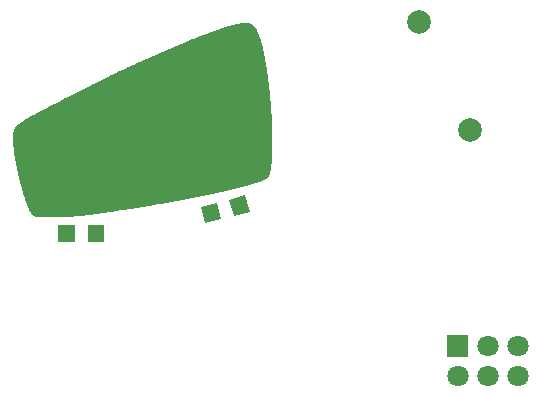
<source format=gbs>
G04 Layer: BottomSolderMaskLayer*
G04 EasyEDA v6.1.51, Thu, 20 Jun 2019 01:18:00 GMT*
G04 13a2db1834074896a0e2ff3160756fa7,fc2bddda97e04f84aaf3dc2e9cb20b51,10*
G04 Gerber Generator version 0.2*
G04 Scale: 100 percent, Rotated: No, Reflected: No *
G04 Dimensions in millimeters *
G04 leading zeros omitted , absolute positions ,3 integer and 3 decimal *
%FSLAX33Y33*%
%MOMM*%
G90*
G71D02*

%ADD18C,2.003196*%
%ADD19C,1.803197*%

%LPD*%

%LPD*%
G36*
G01X22351Y37655D02*
G01X22296Y37656D01*
G01X22240Y37655D01*
G01X22182Y37652D01*
G01X22121Y37647D01*
G01X22058Y37641D01*
G01X21994Y37632D01*
G01X21926Y37623D01*
G01X21857Y37611D01*
G01X21785Y37598D01*
G01X21711Y37584D01*
G01X21634Y37567D01*
G01X21554Y37550D01*
G01X21472Y37531D01*
G01X21387Y37510D01*
G01X21299Y37488D01*
G01X21209Y37465D01*
G01X21177Y37456D01*
G01X21144Y37447D01*
G01X21112Y37439D01*
G01X21079Y37429D01*
G01X21045Y37420D01*
G01X21011Y37410D01*
G01X20941Y37390D01*
G01X20905Y37380D01*
G01X20869Y37369D01*
G01X20758Y37336D01*
G01X20720Y37324D01*
G01X20642Y37300D01*
G01X20603Y37287D01*
G01X20563Y37275D01*
G01X20523Y37262D01*
G01X20482Y37249D01*
G01X20441Y37235D01*
G01X20399Y37222D01*
G01X20315Y37194D01*
G01X20272Y37179D01*
G01X20228Y37165D01*
G01X20140Y37135D01*
G01X20095Y37120D01*
G01X20050Y37104D01*
G01X20005Y37089D01*
G01X19959Y37073D01*
G01X19912Y37056D01*
G01X19865Y37040D01*
G01X19818Y37023D01*
G01X19722Y36989D01*
G01X19673Y36972D01*
G01X19625Y36954D01*
G01X19425Y36882D01*
G01X19374Y36863D01*
G01X19218Y36806D01*
G01X19166Y36786D01*
G01X19113Y36766D01*
G01X19005Y36726D01*
G01X18951Y36705D01*
G01X18897Y36685D01*
G01X18787Y36643D01*
G01X18731Y36622D01*
G01X18675Y36600D01*
G01X18618Y36578D01*
G01X18562Y36556D01*
G01X18505Y36534D01*
G01X18447Y36512D01*
G01X18389Y36489D01*
G01X18331Y36467D01*
G01X18272Y36444D01*
G01X18213Y36420D01*
G01X18154Y36397D01*
G01X18094Y36374D01*
G01X17974Y36326D01*
G01X17913Y36302D01*
G01X17852Y36277D01*
G01X17791Y36253D01*
G01X17605Y36178D01*
G01X17542Y36152D01*
G01X17479Y36127D01*
G01X17415Y36101D01*
G01X17352Y36075D01*
G01X17288Y36049D01*
G01X17223Y36023D01*
G01X17159Y35996D01*
G01X17094Y35970D01*
G01X17028Y35943D01*
G01X16963Y35916D01*
G01X16897Y35888D01*
G01X16830Y35861D01*
G01X16764Y35833D01*
G01X16630Y35777D01*
G01X16494Y35721D01*
G01X16426Y35692D01*
G01X16358Y35664D01*
G01X16220Y35606D01*
G01X16151Y35576D01*
G01X16082Y35547D01*
G01X16012Y35517D01*
G01X15942Y35488D01*
G01X15871Y35458D01*
G01X15801Y35428D01*
G01X15730Y35397D01*
G01X15659Y35367D01*
G01X15299Y35212D01*
G01X15226Y35181D01*
G01X15153Y35149D01*
G01X15079Y35117D01*
G01X15006Y35085D01*
G01X14858Y35021D01*
G01X14784Y34988D01*
G01X14709Y34956D01*
G01X14484Y34857D01*
G01X14408Y34824D01*
G01X14333Y34790D01*
G01X14257Y34757D01*
G01X14180Y34723D01*
G01X14104Y34689D01*
G01X13873Y34587D01*
G01X13796Y34552D01*
G01X13718Y34518D01*
G01X13641Y34483D01*
G01X13485Y34413D01*
G01X13406Y34378D01*
G01X13328Y34343D01*
G01X13249Y34307D01*
G01X13209Y34289D01*
G01X13168Y34270D01*
G01X13126Y34251D01*
G01X13083Y34232D01*
G01X13040Y34212D01*
G01X12996Y34192D01*
G01X12951Y34171D01*
G01X12905Y34150D01*
G01X12811Y34106D01*
G01X12763Y34084D01*
G01X12714Y34061D01*
G01X12664Y34038D01*
G01X12614Y34014D01*
G01X12563Y33991D01*
G01X12511Y33966D01*
G01X12459Y33942D01*
G01X12406Y33917D01*
G01X12298Y33865D01*
G01X12188Y33813D01*
G01X12131Y33786D01*
G01X12075Y33759D01*
G01X12017Y33732D01*
G01X11901Y33676D01*
G01X11842Y33648D01*
G01X11662Y33561D01*
G01X11601Y33532D01*
G01X11415Y33442D01*
G01X11352Y33411D01*
G01X11288Y33381D01*
G01X11160Y33319D01*
G01X11096Y33287D01*
G01X11031Y33255D01*
G01X10965Y33224D01*
G01X10899Y33191D01*
G01X10767Y33127D01*
G01X10633Y33061D01*
G01X10565Y33028D01*
G01X10498Y32995D01*
G01X10429Y32962D01*
G01X10293Y32894D01*
G01X10155Y32826D01*
G01X10085Y32792D01*
G01X10016Y32758D01*
G01X9946Y32724D01*
G01X9806Y32654D01*
G01X9736Y32620D01*
G01X9666Y32585D01*
G01X9524Y32515D01*
G01X9454Y32480D01*
G01X9383Y32444D01*
G01X9241Y32374D01*
G01X9169Y32338D01*
G01X9098Y32303D01*
G01X9027Y32267D01*
G01X8956Y32232D01*
G01X8884Y32196D01*
G01X8813Y32161D01*
G01X8742Y32125D01*
G01X8670Y32089D01*
G01X8599Y32054D01*
G01X8528Y32018D01*
G01X8456Y31982D01*
G01X8385Y31946D01*
G01X8314Y31911D01*
G01X8172Y31839D01*
G01X8101Y31804D01*
G01X8031Y31768D01*
G01X7960Y31733D01*
G01X7890Y31697D01*
G01X7819Y31662D01*
G01X7749Y31626D01*
G01X7609Y31556D01*
G01X7540Y31521D01*
G01X7470Y31485D01*
G01X7332Y31415D01*
G01X7264Y31381D01*
G01X7195Y31346D01*
G01X7127Y31311D01*
G01X7059Y31277D01*
G01X6992Y31242D01*
G01X6791Y31140D01*
G01X6725Y31106D01*
G01X6659Y31073D01*
G01X6593Y31039D01*
G01X6463Y30973D01*
G01X6271Y30874D01*
G01X6208Y30842D01*
G01X6146Y30809D01*
G01X6083Y30777D01*
G01X6022Y30746D01*
G01X5961Y30714D01*
G01X5900Y30683D01*
G01X5840Y30651D01*
G01X5780Y30621D01*
G01X5721Y30590D01*
G01X5662Y30560D01*
G01X5604Y30529D01*
G01X5546Y30499D01*
G01X5489Y30470D01*
G01X5433Y30440D01*
G01X5377Y30411D01*
G01X5322Y30383D01*
G01X5268Y30354D01*
G01X5214Y30326D01*
G01X5108Y30270D01*
G01X5056Y30243D01*
G01X4954Y30189D01*
G01X4904Y30163D01*
G01X4855Y30137D01*
G01X4807Y30111D01*
G01X4759Y30086D01*
G01X4713Y30061D01*
G01X4666Y30037D01*
G01X4621Y30012D01*
G01X4577Y29989D01*
G01X4533Y29965D01*
G01X4490Y29942D01*
G01X4448Y29919D01*
G01X4366Y29875D01*
G01X4288Y29833D01*
G01X4250Y29812D01*
G01X4178Y29772D01*
G01X4108Y29734D01*
G01X4075Y29716D01*
G01X4043Y29698D01*
G01X4012Y29680D01*
G01X3952Y29646D01*
G01X3924Y29630D01*
G01X3897Y29615D01*
G01X3845Y29585D01*
G01X3821Y29571D01*
G01X3798Y29557D01*
G01X3776Y29544D01*
G01X3755Y29532D01*
G01X3717Y29508D01*
G01X3651Y29467D01*
G01X3587Y29427D01*
G01X3526Y29388D01*
G01X3467Y29350D01*
G01X3410Y29313D01*
G01X3356Y29276D01*
G01X3304Y29241D01*
G01X3254Y29205D01*
G01X3206Y29171D01*
G01X3160Y29136D01*
G01X3116Y29102D01*
G01X3075Y29068D01*
G01X3035Y29035D01*
G01X2997Y29001D01*
G01X2962Y28967D01*
G01X2928Y28933D01*
G01X2896Y28899D01*
G01X2866Y28864D01*
G01X2837Y28829D01*
G01X2811Y28794D01*
G01X2786Y28758D01*
G01X2763Y28721D01*
G01X2742Y28683D01*
G01X2722Y28645D01*
G01X2704Y28605D01*
G01X2687Y28565D01*
G01X2672Y28523D01*
G01X2658Y28480D01*
G01X2646Y28436D01*
G01X2635Y28390D01*
G01X2625Y28343D01*
G01X2617Y28294D01*
G01X2611Y28243D01*
G01X2605Y28191D01*
G01X2601Y28136D01*
G01X2598Y28080D01*
G01X2596Y28022D01*
G01X2595Y27961D01*
G01X2595Y27899D01*
G01X2597Y27833D01*
G01X2599Y27766D01*
G01X2602Y27696D01*
G01X2607Y27623D01*
G01X2612Y27548D01*
G01X2618Y27470D01*
G01X2625Y27389D01*
G01X2633Y27304D01*
G01X2641Y27217D01*
G01X2651Y27127D01*
G01X2661Y27034D01*
G01X2672Y26937D01*
G01X2683Y26836D01*
G01X2691Y26768D01*
G01X2699Y26698D01*
G01X2708Y26628D01*
G01X2718Y26558D01*
G01X2728Y26487D01*
G01X2748Y26343D01*
G01X2759Y26270D01*
G01X2783Y26124D01*
G01X2795Y26050D01*
G01X2821Y25902D01*
G01X2834Y25827D01*
G01X2848Y25752D01*
G01X2862Y25676D01*
G01X2876Y25601D01*
G01X2906Y25449D01*
G01X2921Y25374D01*
G01X2937Y25297D01*
G01X2952Y25221D01*
G01X2969Y25145D01*
G01X2985Y25069D01*
G01X3002Y24993D01*
G01X3019Y24916D01*
G01X3036Y24840D01*
G01X3054Y24764D01*
G01X3071Y24688D01*
G01X3089Y24612D01*
G01X3107Y24537D01*
G01X3126Y24461D01*
G01X3144Y24386D01*
G01X3182Y24236D01*
G01X3201Y24162D01*
G01X3221Y24088D01*
G01X3240Y24014D01*
G01X3260Y23940D01*
G01X3280Y23867D01*
G01X3340Y23651D01*
G01X3360Y23580D01*
G01X3381Y23510D01*
G01X3401Y23440D01*
G01X3422Y23370D01*
G01X3443Y23301D01*
G01X3464Y23233D01*
G01X3485Y23166D01*
G01X3505Y23099D01*
G01X3526Y23033D01*
G01X3548Y22968D01*
G01X3590Y22840D01*
G01X3611Y22777D01*
G01X3632Y22715D01*
G01X3653Y22654D01*
G01X3674Y22594D01*
G01X3695Y22535D01*
G01X3717Y22477D01*
G01X3759Y22363D01*
G01X3780Y22308D01*
G01X3801Y22254D01*
G01X3822Y22201D01*
G01X3842Y22150D01*
G01X3863Y22099D01*
G01X3905Y22001D01*
G01X3925Y21954D01*
G01X3945Y21909D01*
G01X3966Y21864D01*
G01X3986Y21821D01*
G01X4026Y21739D01*
G01X4046Y21700D01*
G01X4065Y21663D01*
G01X4085Y21627D01*
G01X4104Y21592D01*
G01X4123Y21559D01*
G01X4142Y21528D01*
G01X4160Y21498D01*
G01X4179Y21470D01*
G01X4197Y21443D01*
G01X4215Y21418D01*
G01X4233Y21395D01*
G01X4251Y21373D01*
G01X4268Y21353D01*
G01X4285Y21335D01*
G01X4302Y21319D01*
G01X4319Y21304D01*
G01X4330Y21296D01*
G01X4344Y21288D01*
G01X4360Y21281D01*
G01X4379Y21273D01*
G01X4401Y21266D01*
G01X4425Y21259D01*
G01X4451Y21252D01*
G01X4479Y21246D01*
G01X4510Y21240D01*
G01X4543Y21234D01*
G01X4578Y21228D01*
G01X4615Y21223D01*
G01X4655Y21218D01*
G01X4696Y21213D01*
G01X4739Y21208D01*
G01X4784Y21203D01*
G01X4831Y21199D01*
G01X4879Y21195D01*
G01X4930Y21192D01*
G01X4982Y21188D01*
G01X5036Y21185D01*
G01X5091Y21182D01*
G01X5147Y21179D01*
G01X5265Y21175D01*
G01X5326Y21173D01*
G01X5452Y21169D01*
G01X5517Y21168D01*
G01X5583Y21167D01*
G01X5650Y21166D01*
G01X6000Y21166D01*
G01X6146Y21168D01*
G01X6220Y21169D01*
G01X6370Y21173D01*
G01X6446Y21175D01*
G01X6523Y21177D01*
G01X6599Y21179D01*
G01X6677Y21182D01*
G01X6754Y21185D01*
G01X6832Y21188D01*
G01X6910Y21192D01*
G01X6988Y21195D01*
G01X7067Y21199D01*
G01X7145Y21203D01*
G01X7223Y21208D01*
G01X7302Y21212D01*
G01X7458Y21222D01*
G01X7536Y21228D01*
G01X7614Y21233D01*
G01X7692Y21239D01*
G01X7769Y21245D01*
G01X7846Y21252D01*
G01X7922Y21258D01*
G01X7998Y21265D01*
G01X8073Y21272D01*
G01X8148Y21280D01*
G01X8222Y21287D01*
G01X8368Y21303D01*
G01X8440Y21312D01*
G01X8514Y21320D01*
G01X8589Y21329D01*
G01X8663Y21338D01*
G01X8738Y21347D01*
G01X8813Y21357D01*
G01X8889Y21366D01*
G01X8964Y21375D01*
G01X9040Y21385D01*
G01X9116Y21394D01*
G01X9192Y21404D01*
G01X9269Y21414D01*
G01X9345Y21423D01*
G01X9653Y21463D01*
G01X9730Y21474D01*
G01X9808Y21484D01*
G01X9885Y21494D01*
G01X9963Y21505D01*
G01X10041Y21515D01*
G01X10197Y21537D01*
G01X10275Y21547D01*
G01X10433Y21569D01*
G01X10511Y21580D01*
G01X10669Y21602D01*
G01X10748Y21614D01*
G01X10906Y21636D01*
G01X10986Y21648D01*
G01X11065Y21659D01*
G01X11145Y21671D01*
G01X11224Y21682D01*
G01X11944Y21790D01*
G01X12025Y21802D01*
G01X12105Y21815D01*
G01X12185Y21827D01*
G01X12266Y21840D01*
G01X12346Y21852D01*
G01X12427Y21865D01*
G01X12507Y21877D01*
G01X12588Y21890D01*
G01X12668Y21903D01*
G01X12749Y21915D01*
G01X12829Y21928D01*
G01X12991Y21954D01*
G01X13071Y21967D01*
G01X13233Y21993D01*
G01X13313Y22006D01*
G01X13394Y22019D01*
G01X13474Y22033D01*
G01X13555Y22046D01*
G01X13635Y22059D01*
G01X13716Y22073D01*
G01X13796Y22086D01*
G01X13877Y22100D01*
G01X13957Y22113D01*
G01X14037Y22127D01*
G01X14118Y22140D01*
G01X14198Y22154D01*
G01X14278Y22167D01*
G01X14438Y22195D01*
G01X14518Y22208D01*
G01X14838Y22264D01*
G01X14917Y22278D01*
G01X14997Y22292D01*
G01X15076Y22306D01*
G01X15156Y22320D01*
G01X15551Y22390D01*
G01X15630Y22405D01*
G01X15708Y22419D01*
G01X15787Y22433D01*
G01X15865Y22447D01*
G01X15943Y22462D01*
G01X16177Y22504D01*
G01X16255Y22519D01*
G01X16332Y22533D01*
G01X16409Y22548D01*
G01X16487Y22562D01*
G01X16564Y22577D01*
G01X16640Y22591D01*
G01X16717Y22605D01*
G01X16794Y22620D01*
G01X16870Y22634D01*
G01X16946Y22649D01*
G01X17022Y22663D01*
G01X17098Y22678D01*
G01X17173Y22693D01*
G01X17249Y22707D01*
G01X17324Y22722D01*
G01X17399Y22736D01*
G01X17474Y22751D01*
G01X17548Y22765D01*
G01X17623Y22780D01*
G01X17697Y22795D01*
G01X17771Y22809D01*
G01X17844Y22824D01*
G01X17918Y22838D01*
G01X18064Y22868D01*
G01X18137Y22882D01*
G01X18209Y22897D01*
G01X18282Y22912D01*
G01X18354Y22926D01*
G01X18425Y22941D01*
G01X18497Y22955D01*
G01X18639Y22985D01*
G01X18710Y22999D01*
G01X18780Y23014D01*
G01X18850Y23028D01*
G01X18920Y23043D01*
G01X18990Y23057D01*
G01X19128Y23087D01*
G01X19197Y23101D01*
G01X19265Y23116D01*
G01X19333Y23130D01*
G01X19401Y23145D01*
G01X19469Y23159D01*
G01X19536Y23174D01*
G01X19603Y23188D01*
G01X19669Y23203D01*
G01X19736Y23217D01*
G01X19801Y23231D01*
G01X19867Y23246D01*
G01X19932Y23260D01*
G01X19997Y23275D01*
G01X20062Y23289D01*
G01X20190Y23317D01*
G01X20253Y23332D01*
G01X20379Y23360D01*
G01X20441Y23374D01*
G01X20503Y23389D01*
G01X20565Y23403D01*
G01X20748Y23445D01*
G01X20868Y23473D01*
G01X20986Y23501D01*
G01X21102Y23529D01*
G01X21160Y23542D01*
G01X21331Y23584D01*
G01X21387Y23597D01*
G01X21442Y23611D01*
G01X21498Y23625D01*
G01X21552Y23638D01*
G01X21607Y23652D01*
G01X21660Y23665D01*
G01X21714Y23679D01*
G01X21767Y23692D01*
G01X21819Y23706D01*
G01X21923Y23732D01*
G01X21974Y23745D01*
G01X22025Y23759D01*
G01X22075Y23772D01*
G01X22124Y23785D01*
G01X22174Y23798D01*
G01X22318Y23837D01*
G01X22365Y23850D01*
G01X22412Y23862D01*
G01X22504Y23888D01*
G01X22549Y23900D01*
G01X22594Y23913D01*
G01X22638Y23926D01*
G01X22682Y23938D01*
G01X22725Y23950D01*
G01X22767Y23963D01*
G01X22810Y23975D01*
G01X22892Y23999D01*
G01X22932Y24012D01*
G01X23012Y24036D01*
G01X23050Y24047D01*
G01X23089Y24059D01*
G01X23163Y24083D01*
G01X23200Y24094D01*
G01X23236Y24106D01*
G01X23271Y24118D01*
G01X23306Y24129D01*
G01X23340Y24140D01*
G01X23374Y24152D01*
G01X23407Y24163D01*
G01X23471Y24185D01*
G01X23533Y24207D01*
G01X23563Y24218D01*
G01X23621Y24240D01*
G01X23649Y24250D01*
G01X23677Y24261D01*
G01X23703Y24271D01*
G01X23730Y24282D01*
G01X23805Y24312D01*
G01X23874Y24342D01*
G01X23937Y24372D01*
G01X23956Y24381D01*
G01X23975Y24391D01*
G01X23994Y24400D01*
G01X24011Y24409D01*
G01X24028Y24419D01*
G01X24045Y24428D01*
G01X24075Y24446D01*
G01X24089Y24454D01*
G01X24103Y24463D01*
G01X24116Y24472D01*
G01X24128Y24480D01*
G01X24139Y24489D01*
G01X24150Y24497D01*
G01X24160Y24506D01*
G01X24169Y24514D01*
G01X24189Y24534D01*
G01X24201Y24548D01*
G01X24213Y24563D01*
G01X24224Y24580D01*
G01X24236Y24597D01*
G01X24258Y24635D01*
G01X24268Y24656D01*
G01X24279Y24678D01*
G01X24289Y24701D01*
G01X24309Y24751D01*
G01X24319Y24777D01*
G01X24328Y24805D01*
G01X24338Y24833D01*
G01X24356Y24893D01*
G01X24364Y24925D01*
G01X24373Y24957D01*
G01X24381Y24991D01*
G01X24397Y25061D01*
G01X24413Y25135D01*
G01X24427Y25213D01*
G01X24434Y25253D01*
G01X24448Y25337D01*
G01X24454Y25380D01*
G01X24461Y25424D01*
G01X24473Y25514D01*
G01X24479Y25561D01*
G01X24484Y25608D01*
G01X24489Y25656D01*
G01X24495Y25705D01*
G01X24500Y25755D01*
G01X24505Y25806D01*
G01X24509Y25857D01*
G01X24514Y25909D01*
G01X24518Y25962D01*
G01X24526Y26070D01*
G01X24530Y26125D01*
G01X24534Y26181D01*
G01X24540Y26295D01*
G01X24543Y26353D01*
G01X24549Y26471D01*
G01X24552Y26531D01*
G01X24556Y26653D01*
G01X24560Y26777D01*
G01X24562Y26840D01*
G01X24564Y26904D01*
G01X24565Y26968D01*
G01X24566Y27033D01*
G01X24569Y27231D01*
G01X24569Y27298D01*
G01X24570Y27366D01*
G01X24570Y27711D01*
G01X24569Y27781D01*
G01X24568Y27852D01*
G01X24568Y27923D01*
G01X24567Y27995D01*
G01X24565Y28067D01*
G01X24564Y28139D01*
G01X24563Y28212D01*
G01X24561Y28285D01*
G01X24555Y28507D01*
G01X24551Y28657D01*
G01X24548Y28732D01*
G01X24545Y28808D01*
G01X24542Y28883D01*
G01X24540Y28960D01*
G01X24536Y29036D01*
G01X24530Y29190D01*
G01X24522Y29344D01*
G01X24519Y29422D01*
G01X24515Y29499D01*
G01X24510Y29577D01*
G01X24506Y29655D01*
G01X24502Y29734D01*
G01X24497Y29812D01*
G01X24492Y29891D01*
G01X24488Y29969D01*
G01X24483Y30048D01*
G01X24477Y30127D01*
G01X24472Y30206D01*
G01X24467Y30286D01*
G01X24461Y30365D01*
G01X24456Y30444D01*
G01X24450Y30524D01*
G01X24444Y30603D01*
G01X24438Y30683D01*
G01X24432Y30762D01*
G01X24425Y30842D01*
G01X24419Y30921D01*
G01X24412Y31001D01*
G01X24405Y31080D01*
G01X24398Y31160D01*
G01X24384Y31318D01*
G01X24377Y31398D01*
G01X24370Y31477D01*
G01X24362Y31556D01*
G01X24355Y31635D01*
G01X24323Y31951D01*
G01X24314Y32029D01*
G01X24306Y32107D01*
G01X24298Y32186D01*
G01X24289Y32264D01*
G01X24280Y32341D01*
G01X24271Y32419D01*
G01X24262Y32496D01*
G01X24253Y32574D01*
G01X24244Y32651D01*
G01X24235Y32727D01*
G01X24225Y32804D01*
G01X24216Y32880D01*
G01X24206Y32956D01*
G01X24196Y33031D01*
G01X24186Y33107D01*
G01X24176Y33182D01*
G01X24166Y33256D01*
G01X24156Y33331D01*
G01X24146Y33405D01*
G01X24135Y33478D01*
G01X24124Y33552D01*
G01X24114Y33625D01*
G01X24070Y33913D01*
G01X24059Y33983D01*
G01X24047Y34054D01*
G01X24036Y34124D01*
G01X24024Y34194D01*
G01X24013Y34263D01*
G01X23977Y34467D01*
G01X23953Y34601D01*
G01X23941Y34667D01*
G01X23928Y34732D01*
G01X23916Y34797D01*
G01X23903Y34862D01*
G01X23890Y34925D01*
G01X23878Y34989D01*
G01X23839Y35175D01*
G01X23813Y35295D01*
G01X23799Y35355D01*
G01X23786Y35414D01*
G01X23772Y35472D01*
G01X23759Y35529D01*
G01X23745Y35586D01*
G01X23731Y35642D01*
G01X23703Y35752D01*
G01X23689Y35806D01*
G01X23675Y35859D01*
G01X23647Y35963D01*
G01X23632Y36013D01*
G01X23618Y36063D01*
G01X23603Y36113D01*
G01X23589Y36161D01*
G01X23559Y36255D01*
G01X23544Y36301D01*
G01X23529Y36346D01*
G01X23514Y36390D01*
G01X23484Y36476D01*
G01X23468Y36517D01*
G01X23441Y36590D01*
G01X23413Y36660D01*
G01X23386Y36728D01*
G01X23359Y36793D01*
G01X23331Y36856D01*
G01X23304Y36916D01*
G01X23276Y36973D01*
G01X23249Y37028D01*
G01X23221Y37080D01*
G01X23192Y37130D01*
G01X23164Y37177D01*
G01X23135Y37222D01*
G01X23105Y37264D01*
G01X23075Y37305D01*
G01X23044Y37342D01*
G01X23012Y37378D01*
G01X22980Y37411D01*
G01X22946Y37442D01*
G01X22912Y37471D01*
G01X22877Y37498D01*
G01X22840Y37522D01*
G01X22803Y37544D01*
G01X22764Y37564D01*
G01X22724Y37582D01*
G01X22683Y37598D01*
G01X22640Y37612D01*
G01X22596Y37624D01*
G01X22550Y37634D01*
G01X22503Y37642D01*
G01X22454Y37649D01*
G01X22403Y37653D01*
G01X22351Y37655D01*
G37*

%LPD*%
G54D18*
G01X36969Y37751D03*
G01X41262Y28542D03*
G54D19*
G01X45339Y7747D03*
G01X45339Y10287D03*
G01X42799Y7747D03*
G01X42799Y10287D03*
G01X40259Y7747D03*
G36*
G01X39357Y9385D02*
G01X39357Y11188D01*
G01X41160Y11188D01*
G01X41160Y9385D01*
G01X39357Y9385D01*
G37*
G36*
G01X21275Y21300D02*
G01X20909Y22666D01*
G01X22275Y23032D01*
G01X22641Y21666D01*
G01X21275Y21300D01*
G37*
G36*
G01X18872Y20655D02*
G01X18506Y22021D01*
G01X19872Y22387D01*
G01X20238Y21021D01*
G01X18872Y20655D01*
G37*
G36*
G01X8920Y19103D02*
G01X8920Y20518D01*
G01X10332Y20518D01*
G01X10335Y19103D01*
G01X8920Y19103D01*
G37*
G36*
G01X6431Y19103D02*
G01X6428Y20518D01*
G01X7846Y20518D01*
G01X7846Y19103D01*
G01X6431Y19103D01*
G37*
M00*
M02*

</source>
